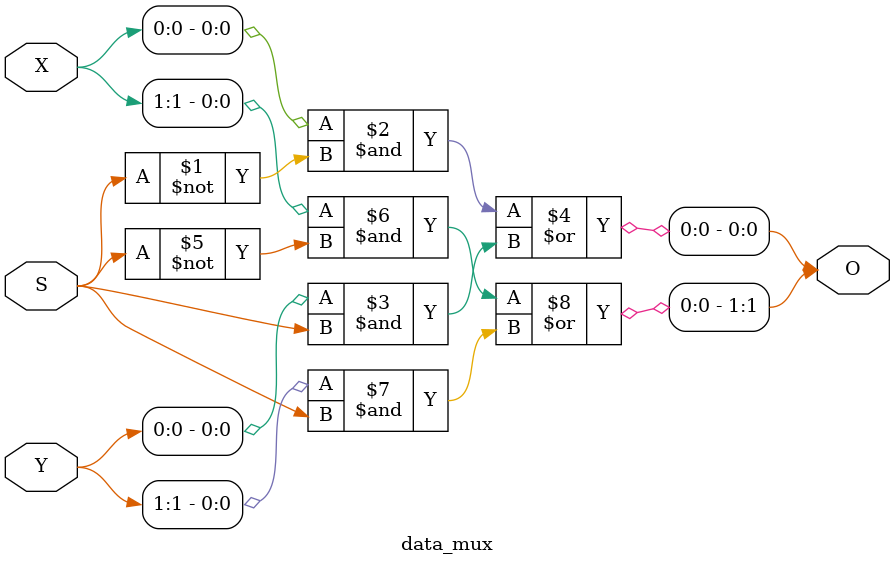
<source format=v>
`timescale 1ns / 1ps

module data_mux
    (X,
     Y,
     S,
     O);

// Each input is two bits, the output is two bits, and the selector is just one bit
input wire [1:0] X;
input wire [1:0] Y; 
input wire [0:0] S;
output wire [1:0] O;

// Using continuous assignments with a net delay of 3ns
assign #3 O[0] = (X[0] & ~S) | (Y[0] & S);
assign #3 O[1] = (X[1] & ~S) | (Y[1] & S);

endmodule

</source>
